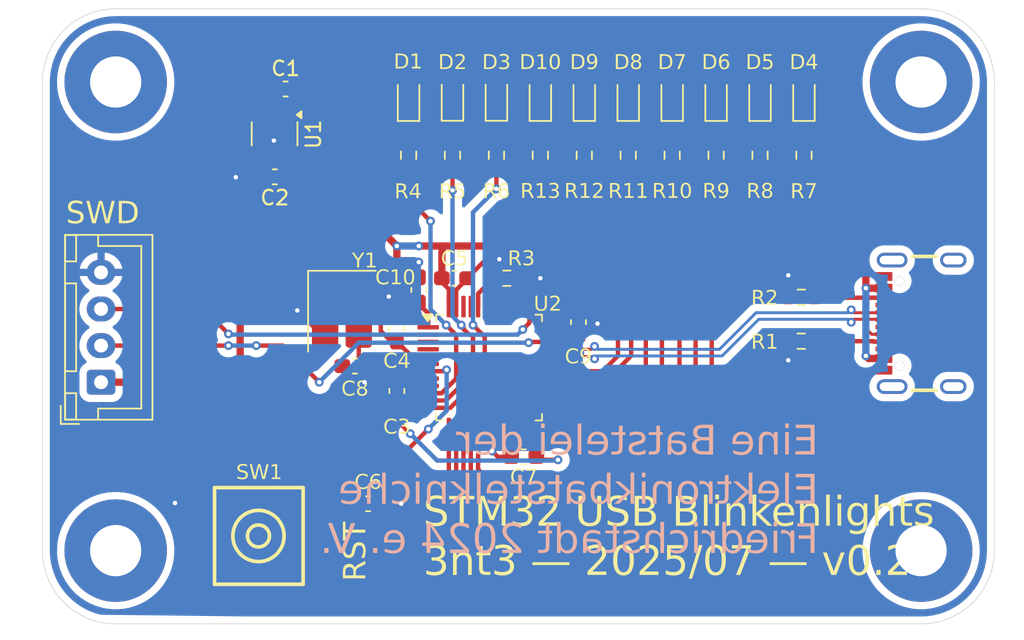
<source format=kicad_pcb>
(kicad_pcb (version 20241229) (generator "pcbnew") (generator_version "9.0")
  (layers (0 "F.Cu" signal) (2 "B.Cu" signal) (13 "F.Paste" user) (15 "B.Paste" user) (5 "F.SilkS" user "F.Silkscreen") (7 "B.SilkS" user "B.Silkscreen") (1 "F.Mask" user) (3 "B.Mask" user) (25 "Edge.Cuts" user))
  (net 0 "")
  (net 1 "GND")
  (net 2 "+3.3V")
  (net 3 "Net-(U2-NRST)")
  (net 4 "Net-(D2-K)")
  (net 5 "VBUS")
  (net 6 "Net-(D3-K)")
  (net 7 "Net-(D4-K)")
  (net 8 "Net-(D5-K)")
  (net 9 "Net-(D6-K)")
  (net 10 "Net-(D7-K)")
  (net 11 "Net-(D8-K)")
  (net 12 "Net-(D9-K)")
  (net 13 "Net-(D10-K)")
  (net 14 "Net-(U2-PD1)")
  (net 15 "Net-(U2-PD0)")
  (net 16 "Net-(J2-Pin_3)")
  (net 17 "Net-(J2-Pin_2)")
  (net 18 "LED_1")
  (net 19 "LED_2")
  (net 20 "LED_3")
  (net 21 "LED_4")
  (net 22 "LED_5")
  (net 23 "LED_6")
  (net 24 "LED_7")
  (net 25 "LED_8")
  (net 26 "LED_9")
  (net 27 "LED_10")
  (net 28 "Net-(J1-CC1)")
  (net 31 "USB_D+")
  (net 32 "Net-(J1-CC2)")
  (net 33 "Net-(U2-BOOT0)")
  (net 43 "Net-(D1-K)")
  (net 48 "USB_D-")
  (footprint "Capacitor_SMD:C_0603_1608Metric_Pad1.08x0.95mm_HandSolder" (layer "F.Cu") (at 112.7 95.2 90)
    (property "Reference" "C10")
    (property "Value" "100n")
  )
  (footprint "MountingHole:MountingHole_3.5mm_Pad" (layer "F.Cu") (at 92 113)
    (property "Reference" "H3" (hide yes))
    (property "Value" "MountingHole")
  )
  (footprint "Capacitor_SMD:C_0603_1608Metric_Pad1.08x0.95mm_HandSolder" (layer "F.Cu") (at 102.8625 87.475 180)
    (property "Reference" "C2")
    (property "Value" "100n")
  )
  (footprint "Resistor_SMD:R_0603_1608Metric_Pad0.98x0.95mm_HandSolder" (layer "F.Cu") (at 118 86 -90)
    (property "Reference" "R6")
    (property "Value" "680R")
  )
  (footprint "Resistor_SMD:R_0603_1608Metric_Pad0.98x0.95mm_HandSolder" (layer "F.Cu") (at 121 86 -90)
    (property "Reference" "R13")
    (property "Value" "680R")
  )
  (footprint "LED_SMD:LED_0603_1608Metric_Pad1.05x0.95mm_HandSolder" (layer "F.Cu") (at 118 81.9875 90)
    (property "Reference" "D3")
    (property "Value" "LED")
  )
  (footprint "MountingHole:MountingHole_3.5mm_Pad" (layer "F.Cu") (at 147 113)
    (property "Reference" "H2" (hide yes))
    (property "Value" "MountingHole")
  )
  (footprint "Package_TO_SOT_SMD:SOT-23-5" (layer "F.Cu") (at 102.85 84.5375 -90)
    (property "Reference" "U1")
    (property "Value" "LP5907MFX-3.3")
  )
  (footprint "Capacitor_SMD:C_0603_1608Metric_Pad1.08x0.95mm_HandSolder" (layer "F.Cu") (at 111.2 102.1 90)
    (property "Reference" "C3")
    (property "Value" "100n")
  )
  (footprint "LED_SMD:LED_0603_1608Metric_Pad1.05x0.95mm_HandSolder" (layer "F.Cu") (at 121 82 90)
    (property "Reference" "D10")
    (property "Value" "LED")
  )
  (footprint "Resistor_SMD:R_0603_1608Metric_Pad0.98x0.95mm_HandSolder" (layer "F.Cu") (at 133 86 -90)
    (property "Reference" "R9")
    (property "Value" "680R")
  )
  (footprint "Capacitor_SMD:C_0603_1608Metric_Pad1.08x0.95mm_HandSolder" (layer "F.Cu") (at 108.3375 100.4 180)
    (property "Reference" "C8")
    (property "Value" "10p")
  )
  (footprint "Resistor_SMD:R_0603_1608Metric_Pad0.98x0.95mm_HandSolder" (layer "F.Cu") (at 136 86 -90)
    (property "Reference" "R8")
    (property "Value" "680R")
  )
  (footprint "LED_SMD:LED_0603_1608Metric_Pad1.05x0.95mm_HandSolder" (layer "F.Cu") (at 139 82 90)
    (property "Reference" "D4")
    (property "Value" "LED")
  )
  (footprint "Resistor_SMD:R_0603_1608Metric_Pad0.98x0.95mm_HandSolder" (layer "F.Cu") (at 138.8175 95.7 180)
    (property "Reference" "R2")
    (property "Value" "5k1")
  )
  (footprint "Resistor_SMD:R_0603_1608Metric_Pad0.98x0.95mm_HandSolder" (layer "F.Cu") (at 112 86 -90)
    (property "Reference" "R4")
    (property "Value" "680R")
  )
  (footprint "Package_QFP:LQFP-48_7x7mm_P0.5mm" (layer "F.Cu") (at 117.5 100.5)
    (property "Reference" "U2")
    (property "Value" "STM32F103C8Tx")
  )
  (footprint "Capacitor_SMD:C_0603_1608Metric_Pad1.08x0.95mm_HandSolder" (layer "F.Cu") (at 109.2375 109.8)
    (property "Reference" "C6")
    (property "Value" "100n")
  )
  (footprint "Resistor_SMD:R_0603_1608Metric_Pad0.98x0.95mm_HandSolder" (layer "F.Cu") (at 139 86 -90)
    (property "Reference" "R7")
    (property "Value" "680R")
  )
  (footprint "easyeda2kicad:KEY-SMD_4P-L6.2-W6.5-P4.50-LS8.0_SKHMXX" (layer "F.Cu") (at 101.8 112)
    (property "Reference" "SW1")
    (property "Value" "SW_Push")
  )
  (footprint "Capacitor_SMD:C_0603_1608Metric_Pad1.08x0.95mm_HandSolder" (layer "F.Cu") (at 115.1375 94.4)
    (property "Reference" "C5")
    (property "Value" "100n")
  )
  (footprint "LED_SMD:LED_0603_1608Metric_Pad1.05x0.95mm_HandSolder" (layer "F.Cu") (at 115 81.9875 90)
    (property "Reference" "D2")
    (property "Value" "LED")
  )
  (footprint "Capacitor_SMD:C_0603_1608Metric_Pad1.08x0.95mm_HandSolder" (layer "F.Cu") (at 111.2 97.8625 90)
    (property "Reference" "C4")
    (property "Value" "10p")
  )
  (footprint "Capacitor_SMD:C_0603_1608Metric_Pad1.08x0.95mm_HandSolder" (layer "F.Cu") (at 119.8625 106.6 180)
    (property "Reference" "C7")
    (property "Value" "100n")
  )
  (footprint "easyeda2kicad:USB-C-SMD_MC-311D" (layer "F.Cu") (at 146.83 97.48 90)
    (property "Reference" "J1")
    (property "Value" "USB_C_Receptacle")
  )
  (footprint "Resistor_SMD:R_0603_1608Metric_Pad0.98x0.95mm_HandSolder" (layer "F.Cu") (at 115 86 -90)
    (property "Reference" "R5")
    (property "Value" "680R")
  )
  (footprint "LED_SMD:LED_0603_1608Metric_Pad1.05x0.95mm_HandSolder" (layer "F.Cu") (at 130 82 90)
    (property "Reference" "D7")
    (property "Value" "LED")
  )
  (footprint "Connector_JST:JST_XH_B4B-XH-A_1x04_P2.50mm_Vertical" (layer "F.Cu") (at 91 101.5 90)
    (property "Reference" "J2" (hide yes))
    (property "Value" "Conn_01x04_Socket")
  )
  (footprint "MountingHole:MountingHole_3.5mm_Pad" (layer "F.Cu") (at 92 81)
    (property "Reference" "H1" (hide yes))
    (property "Value" "MountingHole")
  )
  (footprint "Crystal:Crystal_SMD_3225-4Pin_3.2x2.5mm_HandSoldering" (layer "F.Cu") (at 107.45 96.65 -90)
    (property "Reference" "Y1")
    (property "Value" "Crystal_GND24")
  )
  (footprint "Resistor_SMD:R_0603_1608Metric_Pad0.98x0.95mm_HandSolder" (layer "F.Cu") (at 124 86 -90)
    (property "Reference" "R12")
    (property "Value" "680R")
  )
  (footprint "Resistor_SMD:R_0603_1608Metric_Pad0.98x0.95mm_HandSolder" (layer "F.Cu") (at 130 86 -90)
    (property "Reference" "R10")
    (property "Value" "680R")
  )
  (footprint "Resistor_SMD:R_0603_1608Metric_Pad0.98x0.95mm_HandSolder" (layer "F.Cu") (at 138.8175 98.7 180)
    (property "Reference" "R1")
    (property "Value" "5k1")
  )
  (footprint "Capacitor_SMD:C_0603_1608Metric_Pad1.08x0.95mm_HandSolder" (layer "F.Cu") (at 123.6 97.4 -90)
    (property "Reference" "C9")
    (property "Value" "100n")
  )
  (footprint "LED_SMD:LED_0603_1608Metric_Pad1.05x0.95mm_HandSolder" (layer "F.Cu") (at 127 82 90)
    (property "Reference" "D8")
    (property "Value" "LED")
  )
  (footprint "LED_SMD:LED_0603_1608Metric_Pad1.05x0.95mm_HandSolder" (layer "F.Cu") (at 112 82 90)
    (property "Reference" "D1")
    (property "Value" "LED")
  )
  (footprint "Capacitor_SMD:C_0603_1608Metric_Pad1.08x0.95mm_HandSolder" (layer "F.Cu") (at 103.6 81.475 180)
    (property "Reference" "C1")
    (property "Value" "100n")
  )
  (footprint "MountingHole:MountingHole_3.5mm_Pad" (layer "F.Cu") (at 147 81)
    (property "Reference" "H4" (hide yes))
    (property "Value" "MountingHole")
  )
  (footprint "Resistor_SMD:R_0603_1608Metric_Pad0.98x0.95mm_HandSolder" (layer "F.Cu") (at 127 86 -90)
    (property "Reference" "R11")
    (property "Value" "680R")
  )
  (footprint "LED_SMD:LED_0603_1608Metric_Pad1.05x0.95mm_HandSolder" (layer "F.Cu") (at 133 82 90)
    (property "Reference" "D6")
    (property "Value" "LED")
  )
  (footprint "LED_SMD:LED_0603_1608Metric_Pad1.05x0.95mm_HandSolder" (layer "F.Cu") (at 136 82 90)
    (property "Reference" "D5")
    (property "Value" "LED")
  )
  (footprint "Resistor_SMD:R_0603_1608Metric_Pad0.98x0.95mm_HandSolder" (layer "F.Cu") (at 118.7125 94.4 180)
    (property "Reference" "R3")
    (property "Value" "10K")
  )
  (footprint "LED_SMD:LED_0603_1608Metric_Pad1.05x0.95mm_HandSolder" (layer "F.Cu") (at 124 82 90)
    (property "Reference" "D9")
    (property "Value" "LED")
  )
  (gr_line (start 87 113) (end 87 81) (stroke (width 0.05)) (layer "Edge.Cuts"))
  (gr_line (start 147 118) (end 92 118) (stroke (width 0.05)) (layer "Edge.Cuts"))
  (gr_arc (start 147 76) (mid 150.535534 77.464466) (end 152 81) (stroke (width 0.05)) (layer "Edge.Cuts"))
  (gr_arc (start 87 81) (mid 88.464466 77.464466) (end 92 76) (stroke (width 0.05)) (layer "Edge.Cuts"))
  (gr_arc (start 152 113) (mid 150.535534 116.535534) (end 147 118) (stroke (width 0.05)) (layer "Edge.Cuts"))
  (gr_arc (start 92 118) (mid 88.464466 116.535534) (end 87 113) (stroke (width 0.05)) (layer "Edge.Cuts"))
  (gr_line (start 92 76) (end 147 76) (stroke (width 0.05)) (layer "Edge.Cuts"))
  (gr_line (start 152 81) (end 152 113) (stroke (width 0.05)) (layer "Edge.Cuts"))
  (gr_text "STM32 USB Blinkenlights\n3nt3 — 2025/07 — v0.2" (at 113 115 0) (layer "F.SilkS") (effects (font (size 2 2) (thickness 0.1875)) (justify left bottom)))
  (gr_text "RST" (at 109.3 115.1 90) (layer "F.SilkS") (effects (font (size 1.5 1.5) (thickness 0.1875)) (justify left bottom)))
  (gr_text "SWD" (at 88.6 90.9 0) (layer "F.SilkS") (effects (font (size 1.5 1.5) (thickness 0.1875)) (justify left bottom)))
  (gr_text "Eine Batstelei der\nElektronikbatstelkniche \nFriedrichstadt 2024 e. V." (at 140 113.5 0) (layer "B.SilkS") (effects (font (size 2 2) (thickness 0.1875)) (justify left bottom mirror)))
  (segment (start 111.2 96.2) (end 111.2 97) (width 0.3) (layer "F.Cu") (net 1))
  (segment (start 137.905 94.225) (end 137.93 94.2) (width 0.3) (layer "F.Cu") (net 1))
  (segment (start 111.1 101.2375) (end 110.8375 101.5) (width 0.3) (layer "F.Cu") (net 1))
  (segment (start 111.3 101.2375) (end 111.2 101.2375) (width 0.3) (layer "F.Cu") (net 1))
  (segment (start 116 94.4) (end 117.3 93.1) (width 0.3) (layer "F.Cu") (net 1))
  (segment (start 113.3375 101.25) (end 111.3125 101.25) (width 0.3) (layer "F.Cu") (net 1))
  (segment (start 137.905 99.975) (end 137.93 100) (width 0.3) (layer "F.Cu") (net 1))
  (segment (start 137.905 98.7) (end 137.905 99.975) (width 0.3) (layer "F.Cu") (net 1))
  (segment (start 116 94.45) (end 116 94.4) (width 0.3) (layer "F.Cu") (net 1))
  (segment (start 97.6 109.75) (end 96.05 109.75) (width 0.3) (layer "F.Cu") (net 1))
  (segment (start 119.75 104.6625) (end 119.75 105.85) (width 0.3) (layer "F.Cu") (net 1))
  (segment (start 108.6 95.2) (end 110.2 95.2) (width 0.3) (layer "F.Cu") (net 1))
  (segment (start 124.1375 98.2625) (end 124.9 97.5) (width 0.3) (layer "F.Cu") (net 1))
  (segment (start 106.3 98.1) (end 105.9 98.1) (width 0.3) (layer "F.Cu") (net 1))
  (segment (start 110.1 109.8) (end 111.5 109.8) (width 0.3) (layer "F.Cu") (net 1))
  (segment (start 117.3 93.1) (end 118.2 93.1) (width 0.3) (layer "F.Cu") (net 1))
  (segment (start 121.6625 98.25) (end 123.5875 98.25) (width 0.3) (layer "F.Cu") (net 1))
  (segment (start 100.225 87.475) (end 100.2 87.5) (width 0.5) (layer "F.Cu") (net 1))
  (segment (start 115.25 95.2) (end 116 94.45) (width 0.3) (layer "F.Cu") (net 1))
  (segment (start 123.6 98.2625) (end 124.1375 98.2625) (width 0.3) (layer "F.Cu") (net 1))
  (segment (start 111.3125 101.25) (end 111.3 101.2375) (width 0.3) (layer "F.Cu") (net 1))
  (segment (start 108.2 101.4) (end 108.9 101.4) (width 0.3) (layer "F.Cu") (net 1))
  (segment (start 137.905 95.7) (end 137.905 94.225) (width 0.3) (layer "F.Cu") (net 1))
  (segment (start 110.8375 101.5) (end 109 101.5) (width 0.3) (layer "F.Cu") (net 1))
  (segment (start 119 106.6) (end 118.1 106.6) (width 0.3) (layer "F.Cu") (net 1))
  (segment (start 119.75 105.85) (end 119 106.6) (width 0.3) (layer "F.Cu") (net 1))
  (segment (start 108.9 101.4) (end 109 101.5) (width 0.3) (layer "F.Cu") (net 1))
  (segment (start 105.9 98.1) (end 104.4 96.6) (width 0.3) (layer "F.Cu") (net 1))
  (segment (start 115.25 96.3375) (end 115.25 95.2) (width 0.3) (layer "F.Cu") (net 1))
  (segment (start 118.1 106.6) (end 117.7 106.2) (width 0.3) (layer "F.Cu") (net 1))
  (segment (start 110.2 95.2) (end 110.65 95.65) (width 0.3) (layer "F.Cu") (net 1))
  (segment (start 107.475 100.4) (end 107.475 100.675) (width 0.3) (layer "F.Cu") (net 1))
  (segment (start 112.7 94.3375) (end 112.7 93.3) (width 0.3) (layer "F.Cu") (net 1))
  (segment (start 123.5875 98.25) (end 123.6 98.2625) (width 0.3) (layer "F.Cu") (net 1))
  (segment (start 102 87.475) (end 100.225 87.475) (width 0.5) (layer "F.Cu") (net 1))
  (segment (start 119.625 94.4) (end 121 94.4) (width 0.3) (layer "F.Cu") (net 1))
  (segment (start 111.2 101.2375) (end 111.1 101.2375) (width 0.3) (layer "F.Cu") (net 1))
  (segment (start 107.475 100.675) (end 108.2 101.4) (width 0.3) (layer "F.Cu") (net 1))
  (segment (start 110.65 95.65) (end 111.2 96.2) (width 0.3) (layer "F.Cu") (net 1))
  (segment (start 102.85 81.5875) (end 102.7375 81.475) (width 0.5) (layer "F.Cu") (net 1))
  (via (at 121 94.4) (size 0.6) (drill 0.3) (layers "F.Cu" "B.Cu") (net 1))
  (via (at 117.7 106.2) (size 0.6) (drill 0.3) (layers "F.Cu" "B.Cu") (net 1))
  (via (at 104.4 96.6) (size 0.6) (drill 0.3) (layers "F.Cu" "B.Cu") (net 1))
  (via (at 137.93 100) (size 0.6) (drill 0.3) (layers "F.Cu" "B.Cu") (net 1))
  (via (at 112.7 93.3) (size 0.6) (drill 0.3) (layers "F.Cu" "B.Cu") (net 1))
  (via (at 137.93 94.2) (size 0.6) (drill 0.3) (layers "F.Cu" "B.Cu") (net 1))
  (via (at 111.5 109.8) (size 0.6) (drill 0.3) (layers "F.Cu" "B.Cu") (net 1))
  (via (at 96.05 109.75) (size 0.6) (drill 0.3) (layers "F.Cu" "B.Cu") (net 1))
  (via (at 110.65 95.65) (size 0.6) (drill 0.3) (layers "F.Cu" "B.Cu") (net 1))
  (via (at 109 101.5) (size 0.6) (drill 0.3) (layers "F.Cu" "B.Cu") (net 1))
  (via (at 102.8 85) (size 0.6) (drill 0.3) (layers "F.Cu" "B.Cu") (net 1))
  (via (at 100.2 87.5) (size 0.6) (drill 0.3) (layers "F.Cu" "B.Cu") (net 1))
  (via (at 124.9 97.5) (size 0.6) (drill 0.3) (layers "F.Cu" "B.Cu") (net 1))
  (via (at 118.2 93.1) (size 0.6) (drill 0.3) (layers "F.Cu" "B.Cu") (net 1))
  (segment (start 122.2 106.8) (end 120.925 106.8) (width 0.3) (layer "F.Cu") (net 2))
  (segment (start 111.2 92.2) (end 111.2 94.6625) (width 0.5) (layer "F.Cu") (net 2))
  (segment (start 120.725 105.925) (end 120.725 106.6) (width 0.3) (layer "F.Cu") (net 2))
  (segment (start 112.7 96.1625) (end 112.7 96.0625) (width 0.3) (layer "F.Cu") (net 2))
  (segment (start 114.275 94.675) (end 114.275 94.4) (width 0.3) (layer "F.Cu") (net 2))
  (segment (start 120.25 104.6625) (end 120.25 105.45) (width 0.3) (layer "F.Cu") (net 2))
  (segment (start 114.275 92.625) (end 114.275 94.4) (width 0.5) (layer "F.Cu") (net 2))
  (segment (start 111.2 104.1) (end 112.11538 105.01538) (width 0.3) (layer "F.Cu") (net 2))
  (segment (start 114.75 95.15) (end 114.275 94.675) (width 0.3) (layer "F.Cu") (net 2))
  (segment (start 121.6625 97.75) (end 122.35 97.75) (width 0.3) (layer "F.Cu") (net 2))
  (segment (start 110 91) (end 111.2 92.2) (width 0.5) (layer "F.Cu") (net 2))
  (segment (start 113.3375 101.75) (end 112.3125 101.75) (width 0.3) (layer "F.Cu") (net 2))
  (segment (start 103.7 91) (end 110 91) (width 0.5) (layer "F.Cu") (net 2))
  (segment (start 113.3375 96.8) (end 112.7 96.1625) (width 0.3) (layer "F.Cu") (net 2))
  (segment (start 114.3 92.2) (end 121.8 92.2) (width 0.5) (layer "F.Cu") (net 2))
  (segment (start 114.75 96.3375) (end 114.75 95.15) (width 0.3) (layer "F.Cu") (net 2))
  (segment (start 114.3 92.2) (end 114.3 92.6) (width 0.5) (layer "F.Cu") (net 2))
  (segment (start 111.1 102.8625) (end 111.2 102.9625) (width 0.5) (layer "F.Cu") (net 2))
  (segment (start 111.2 102.9625) (end 111.2 104.1) (width 0.3) (layer "F.Cu") (net 2))
  (segment (start 123.5625 96.5375) (end 123.6 96.5375) (width 0.3) (layer "F.Cu") (net 2))
  (segment (start 112.3125 101.75) (end 111.2 102.8625) (width 0.3) (layer "F.Cu") (net 2))
  (segment (start 120.25 105.45) (end 120.725 105.925) (width 0.3) (layer "F.Cu") (net 2))
  (segment (start 103.8 87.4) (end 103.725 87.475) (width 0.5) (layer "F.Cu") (net 2))
  (segment (start 100.75 101.5) (end 91 101.5) (width 0.5) (layer "F.Cu") (net 2))
  (segment (start 120.925 106.8) (end 120.725 106.6) (width 0.3) (layer "F.Cu") (net 2))
  (segment (start 123.6 94) (end 123.6 96.5375) (width 0.5) (layer "F.Cu") (net 2))
  (segment (start 103.725 90.975) (end 103.7 91) (width 0.5) (layer "F.Cu") (net 2))
  (segment (start 112.6 96.0625) (end 112.7 96.0625) (width 0.5) (layer "F.Cu") (net 2))
  (segment (start 103.725 87.475) (end 103.725 90.975) (width 0.5) (layer "F.Cu") (net 2))
  (segment (start 103.7 91) (end 100.5 94.2) (width 0.5) (layer "F.Cu") (net 2))
  (segment (start 122.35 97.75) (end 123.5625 96.5375) (width 0.3) (layer "F.Cu") (net 2))
  (segment (start 111.2 94.6625) (end 112.6 96.0625) (width 0.5) (layer "F.Cu") (net 2))
  (segment (start 103.8 85.675) (end 103.8 87.4) (width 0.5) (layer "F.Cu") (net 2))
  (segment (start 100.825 101.475) (end 102.2125 102.8625) (width 0.5) (layer "F.Cu") (net 2))
  (segment (start 100.5 94.2) (end 100.5 101.15) (width 0.5) (layer "F.Cu") (net 2))
  (segment (start 100.5 101.15) (end 100.825 101.475) (width 0.5) (layer "F.Cu") (net 2))
  (segment (start 100.8 101.45) (end 100.75 101.5) (width 0.5) (layer "F.Cu") (net 2))
  (segment (start 121.8 92.2) (end 123.6 94) (width 0.5) (layer "F.Cu") (net 2))
  (segment (start 114.3 92.6) (end 114.275 92.625) (width 0.5) (layer "F.Cu") (net 2))
  (segment (start 100.8 101.45) (end 100.825 101.475) (width 0.5) (layer "F.Cu") (net 2))
  (segment (start 111.2 102.8625) (end 111.2 102.9625) (width 0.3) (layer "F.Cu") (net 2))
  (segment (start 113.3375 97.75) (end 113.3375 96.8) (width 0.3) (layer "F.Cu") (net 2))
  (segment (start 112.7 92.2) (end 114.3 92.2) (width 0.5) (layer "F.Cu") (net 2))
  (segment (start 102.2125 102.8625) (end 111.1 102.8625) (width 0.5) (layer "F.Cu") (net 2))
  (via (at 122.2 106.8) (size 0.6) (drill 0.3) (layers "F.Cu" "B.Cu") (net 2))
  (via (at 112.11538 105.01538) (size 0.6) (drill 0.3) (layers "F.Cu" "B.Cu") (net 2))
  (via (at 112.7 92.2) (size 0.6) (drill 0.3) (layers "F.Cu" "B.Cu") (net 2))
  (via (at 111.2 92.2) (size 0.6) (drill 0.3) (layers "F.Cu" "B.Cu") (net 2))
  (segment (start 113.951 106.851) (end 122.149 106.851) (width 0.3) (layer "B.Cu") (net 2))
  (segment (start 122.149 106.851) (end 122.2 106.8) (width 0.3) (layer "B.Cu") (net 2))
  (segment (start 112.11538 105.01538) (end 113.951 106.851) (width 0.3) (layer "B.Cu") (net 2))
  (segment (start 111.2 92.2) (end 112.7 92.2) (width 0.5) (layer "B.Cu") (net 2))
  (segment (start 113.3375 100.75) (end 114.5 100.75) (width 0.3) (layer "F.Cu") (net 3))
  (segment (start 114.5 100.75) (end 114.6 100.65) (width 0.3) (layer "F.Cu") (net 3))
  (segment (start 106.05 109.8) (end 106 109.75) (width 0.3) (layer "F.Cu") (net 3))
  (segment (start 113.35 104.7) (end 108.375 109.675) (width 0.3) (layer "F.Cu") (net 3))
  (segment (start 108.375 109.675) (end 108.375 109.8) (width 0.3) (layer "F.Cu") (net 3))
  (segment (start 108.375 109.8) (end 106.05 109.8) (width 0.3) (layer "F.Cu") (net 3))
  (via (at 113.35 104.7) (size 0.6) (drill 0.3) (layers "F.Cu" "B.Cu") (net 3))
  (via (at 114.6 100.65) (size 0.6) (drill 0.3) (layers "F.Cu" "B.Cu") (net 3))
  (segment (start 114.6 100.65) (end 114.6 103.45) (width 0.3) (layer "B.Cu") (net 3))
  (segment (start 114.6 103.45) (end 113.35 104.7) (width 0.3) (layer "B.Cu") (net 3))
  (segment (start 115 82.8625) (end 115 85.0875) (width 0.3) (layer "F.Cu") (net 4))
  (segment (start 143.23 84.43) (end 139.925 81.125) (width 0.5) (layer "F.Cu") (net 5))
  (segment (start 101.9 83.4) (end 101.2 82.7) (width 0.5) (layer "F.Cu") (net 5))
  (segment (start 101.2 81) (end 102.1 80.1) (width 0.5) (layer "F.Cu") (net 5))
  (segment (start 102.1 80.1) (end 103.0875 80.1) (width 0.5) (layer "F.Cu") (net 5))
  (segment (start 103.0875 80.1) (end 104.4625 81.475) (width 0.5) (layer "F.Cu") (net 5))
  (segment (start 101.2 82.7) (end 101.2 81) (width 0.5) (layer "F.Cu") (net 5))
  (segment (start 111.625 81.125) (end 111.275 81.475) (width 0.5) (layer "F.Cu") (net 5))
  (segment (start 143.23 95.08) (end 143.23 84.43) (width 0.5) (layer "F.Cu") (net 5))
  (segment (start 143.23 95.08) (end 144.46 95.08) (width 0.5) (layer "F.Cu") (net 5))
  (segment (start 103.8 82.1375) (end 104.4625 81.475) (width 0.5) (layer "F.Cu") (net 5))
  (segment (start 111.275 81.475) (end 104.4625 81.475) (width 0.5) (layer "F.Cu") (net 5))
  (segment (start 139.925 81.125) (end 139 81.125) (width 0.5) (layer "F.Cu") (net 5))
  (segment (start 143.41 99.88) (end 143.23 99.7) (width 0.5) (layer "F.Cu") (net 5))
  (segment (start 112 81.125) (end 111.625 81.125) (width 0.5) (layer "F.Cu") (net 5))
  (segment (start 103.8 83.4) (end 103.8 82.1375) (width 0.5) (layer "F.Cu") (net 5))
  (segment (start 144.46 99.88) (end 143.41 99.88) (width 0.5) (layer "F.Cu") (net 5))
  (segment (start 139 81.125) (end 112 81.125) (width 0.5) (layer "F.Cu") (net 5))
  (via (at 143.23 99.7) (size 0.6) (drill 0.3) (layers "F.Cu" "B.Cu") (net 5))
  (via (at 143.23 95.08) (size 0.6) (drill 0.3) (layers "F.Cu" "B.Cu") (net 5))
  (segment (start 143.23 99.7) (end 143.23 95.08) (width 0.5) (layer "B.Cu") (net 5))
  (segment (start 118 82.8625) (end 118 85.0875) (width 0.3) (layer "F.Cu") (net 6))
  (segment (start 139 82.875) (end 139 85.0875) (width 0.3) (layer "F.Cu") (net 7))
  (segment (start 136 82.875) (end 136 85.0875) (width 0.3) (layer "F.Cu") (net 8))
  (segment (start 133 82.875) (end 133 85.0875) (width 0.3) (layer "F.Cu") (net 9))
  (segment (start 130 82.875) (end 130 85.0875) (width 0.3) (layer "F.Cu") (net 10))
  (segment (start 127 82.875) (end 127 85.0875) (width 0.3) (layer "F.Cu") (net 11))
  (segment (start 124 82.875) (end 124 85.0875) (width 0.3) (layer "F.Cu") (net 12))
  (segment (start 121 82.875) (end 121 85.0875) (width 0.3) (layer "F.Cu") (net 13))
  (segment (start 109.2 100.4) (end 109.35 100.25) (width 0.3) (layer "F.Cu") (net 14))
  (segment (start 109.35 100.25) (end 113.3375 100.25) (width 0.3) (layer "F.Cu") (net 14))
  (segment (start 108.6 98.1) (end 108.6 99.8) (width 0.3) (layer "F.Cu") (net 14))
  (segment (start 108.6 99.8) (end 109.2 100.4) (width 0.3) (layer "F.Cu") (net 14))
  (segment (start 112.225 99.75) (end 111.2 98.725) (width 0.3) (layer "F.Cu") (net 15))
  (segment (start 111.2 98.725) (end 111.2 98.46384) (width 0.3) (layer "F.Cu") (net 15))
  (segment (start 109.65 96.65) (end 110.1 97.1) (width 0.3) (layer "F.Cu") (net 15))
  (segment (start 110.1 98) (end 110.825 98.725) (width 0.3) (layer "F.Cu") (net 15))
  (segment (start 107.61384 96.65) (end 109.65 96.65) (width 0.3) (layer "F.Cu") (net 15))
  (segment (start 110.825 98.725) (end 111.2 98.725) (width 0.3) (layer "F.Cu") (net 15))
  (segment (start 113.3375 99.75) (end 112.225 99.75) (width 0.3) (layer "F.Cu") (net 15))
  (segment (start 106.3 95.2) (end 106.3 95.33616) (width 0.3) (layer "F.Cu") (net 15))
  (segment (start 106.3 95.33616) (end 107.61384 96.65) (width 0.3) (layer "F.Cu") (net 15))
  (segment (start 110.1 97.1) (end 110.1 98) (width 0.3) (layer "F.Cu") (net 15))
  (segment (start 120.25 96.3375) (end 120.25 97.45) (width 0.3) (layer "F.Cu") (net 16))
  (segment (start 120.25 97.45) (end 119.8 97.9) (width 0.3) (layer "F.Cu") (net 16))
  (segment (start 98 96.5) (end 91 96.5) (width 0.3) (layer "F.Cu") (net 16))
  (segment (start 99.7 98.2) (end 98 96.5) (width 0.3) (layer "F.Cu") (net 16))
  (via (at 99.7 98.2) (size 0.6) (drill 0.3) (layers "F.Cu" "B.Cu") (net 16))
  (via (at 119.8 97.9) (size 0.6) (drill 0.3) (layers "F.Cu" "B.Cu") (net 16))
  (segment (start 119.449 98.251) (end 99.751 98.251) (width 0.3) (layer "B.Cu") (net 16))
  (segment (start 119.8 97.9) (end 119.449 98.251) (width 0.3) (layer "B.Cu") (net 16))
  (segment (start 99.751 98.251) (end 99.7 98.2) (width 0.3) (layer "B.Cu") (net 16))
  (segment (start 120.25 98.75) (end 120.2 98.8) (width 0.3) (layer "F.Cu") (net 17))
  (segment (start 103.4 99) (end 105.9 101.5) (width 0.3) (layer "F.Cu") (net 17))
  (segment (start 101.6 99) (end 103.4 99) (width 0.3) (layer "F.Cu") (net 17))
  (segment (start 91 99) (end 99.7 99) (width 0.3) (layer "F.Cu") (net 17))
  (segment (start 121.6625 98.75) (end 120.25 98.75) (width 0.3) (layer "F.Cu") (net 17))
  (via (at 120.2 98.8) (size 0.6) (drill 0.3) (layers "F.Cu" "B.Cu") (net 17))
  (via (at 101.6 99) (size 0.6) (drill 0.3) (layers "F.Cu" "B.Cu") (net 17))
  (via (at 105.9 101.5) (size 0.6) (drill 0.3) (layers "F.Cu" "B.Cu") (net 17))
  (via (at 99.7 99) (size 0.6) (drill 0.3) (layers "F.Cu" "B.Cu") (net 17))
  (segment (start 105.9 101.5) (end 108.6 98.8) (width 0.3) (layer "B.Cu") (net 17))
  (segment (start 99.7 99) (end 101.6 99) (width 0.3) (layer "B.Cu") (net 17))
  (segment (start 108.6 98.8) (end 120.2 98.8) (width 0.3) (layer "B.Cu") (net 17))
  (segment (start 112 89) (end 112 86.9125) (width 0.3) (layer "F.Cu") (net 18))
  (segment (start 113.5 90.5) (end 112 89) (width 0.3) (layer "F.Cu") (net 18))
  (segment (start 114.25 102.25) (end 115.251 101.249) (width 0.3) (layer "F.Cu") (net 18))
  (segment (start 115.251 98.279028) (end 114.570155 97.598183) (width 0.3) (layer "F.Cu") (net 18))
  (segment (start 115.251 101.249) (end 115.251 98.279028) (width 0.3) (layer "F.Cu") (net 18))
  (segment (start 113.3375 102.25) (end 114.25 102.25) (width 0.3) (layer "F.Cu") (net 18))
  (via (at 113.5 90.5) (size 0.6) (drill 0.3) (layers "F.Cu" "B.Cu") (net 18))
  (via (at 114.570155 97.598183) (size 0.6) (drill 0.3) (layers "F.Cu" "B.Cu") (net 18))
  (segment (start 114.570155 97.598183) (end 113.5 96.528028) (width 0.3) (layer "B.Cu") (net 18))
  (segment (start 113.5 96.528028) (end 113.5 90.5) (width 0.3) (layer "B.Cu") (net 18))
  (segment (start 115.749003 97.869654) (end 116.130349 98.251) (width 0.3) (layer "F.Cu") (net 19))
  (segment (start 116.400003 98.400003) (end 116.400003 100.899997) (width 0.3) (layer "F.Cu") (net 19))
  (segment (start 114.55 102.75) (end 113.3375 102.75) (width 0.3) (layer "F.Cu") (net 19))
  (segment (start 115 86.9125) (end 115 88.4) (width 0.3) (layer "F.Cu") (net 19))
  (segment (start 115.749003 97.749003) (end 115.749003 97.869654) (width 0.3) (layer "F.Cu") (net 19))
  (segment (start 115.6 97.6) (end 115.749003 97.749003) (width 0.3) (layer "F.Cu") (net 19))
  (segment (start 116.130349 98.251) (end 116.251 98.251) (width 0.3) (layer "F.Cu") (net 19))
  (segment (start 116.251 98.251) (end 116.400003 98.400003) (width 0.3) (layer "F.Cu") (net 19))
  (segment (start 116.400003 100.899997) (end 114.55 102.75) (width 0.3) (layer "F.Cu") (net 19))
  (via (at 115.6 97.6) (size 0.6) (drill 0.3) (layers "F.Cu" "B.Cu") (net 19))
  (via (at 115 88.4) (size 0.6) (drill 0.3) (layers "F.Cu" "B.Cu") (net 19))
  (segment (start 115 88.4) (end 115 97) (width 0.3) (layer "B.Cu") (net 19))
  (segment (start 115 97) (end 115.6 97.6) (width 0.3) (layer "B.Cu") (net 19))
  (segment (start 117.200006 100.899994) (end 117.200006 98.400003) (width 0.3) (layer "F.Cu") (net 20))
  (segment (start 118 88.3) (end 118 86.9125) (width 0.3) (layer "F.Cu") (net 20))
  (segment (start 113.3375 103.25) (end 114.85 103.25) (width 0.3) (layer "F.Cu") (net 20))
  (segment (start 114.85 103.25) (end 117.200006 100.899994) (width 0.3) (layer "F.Cu") (net 20))
  (segment (start 117.200006 98.400003) (end 116.400003 97.6) (width 0.3) (layer "F.Cu") (net 20))
  (via (at 118 88.3) (size 0.6) (drill 0.3) (layers "F.Cu" "B.Cu") (net 20))
  (via (at 116.400003 97.6) (size 0.6) (drill 0.3) (layers "F.Cu" "B.Cu") (net 20))
  (segment (start 116.400003 89.899997) (end 118 88.3) (width 0.3) (layer "B.Cu") (net 20))
  (segment (start 116.400003 97.6) (end 116.400003 89.899997) (width 0.3) (layer "B.Cu") (net 20))
  (segment (start 137.7875 86.9125) (end 132.7 92) (width 0.3) (layer "F.Cu") (net 21))
  (segment (start 132.7 92) (end 132.7 107.317825) (width 0.3) (layer "F.Cu") (net 21))
  (segment (start 127.517825 112.5) (end 117 112.5) (width 0.3) (layer "F.Cu") (net 21))
  (segment (start 132.7 107.317825) (end 127.517825 112.5) (width 0.3) (layer "F.Cu") (net 21))
  (segment (start 139 86.9125) (end 137.7875 86.9125) (width 0.3) (layer "F.Cu") (net 21))
  (segment (start 117 112.5) (end 114.75 110.25) (width 0.3) (layer "F.Cu") (net 21))
  (segment (start 114.75 110.25) (end 114.75 104.6625) (width 0.3) (layer "F.Cu") (net 21))
  (segment (start 115.25 109.54148) (end 115.25 104.6625) (width 0.3) (layer "F.Cu") (net 22))
  (segment (start 131.6 91.4) (end 131.6 107.227134) (width 0.3) (layer "F.Cu") (net 22))
  (segment (start 136 86.9125) (end 136 87) (width 0.3) (layer "F.Cu") (net 22))
  (segment (start 136 87) (end 131.6 91.4) (width 0.3) (layer "F.Cu") (net 22))
  (segment (start 131.6 107.227134) (end 127.328134 111.499) (width 0.3) (layer "F.Cu") (net 22))
  (segment (start 127.328134 111.499) (end 117.20752 111.499) (width 0.3) (layer "F.Cu") (net 22))
  (segment (start 117.20752 111.499) (end 115.25 109.54148) (width 0.3) (layer "F.Cu") (net 22))
  (segment (start 133 86.9125) (end 133 88.5) (width 0.3) (layer "F.Cu") (net 23))
  (segment (start 127.156262 110.498) (end 117.41504 110.498) (width 0.3) (layer "F.Cu") (net 23))
  (segment (start 130.5 91) (end 130.5 107.154262) (width 0.3) (layer "F.Cu") (net 23))
  (segment (start 130.5 107.154262) (end 127.156262 110.498) (width 0.3) (layer "F.Cu") (net 23))
  (segment (start 133 88.5) (end 130.5 91) (width 0.3) (layer "F.Cu") (net 23))
  (segment (start 115.75 108.83296) (end 115.75 104.6625) (width 0.3) (layer "F.Cu") (net 23))
  (segment (start 117.41504 110.498) (end 115.75 108.83296) (width 0.3) (layer "F.Cu") (net 23))
  (segment (start 117.533944 109.497) (end 116.25 108.213056) (width 0.3) (layer "F.Cu") (net 24))
  (segment (start 130 86.9125) (end 129.3 87.6125) (width 0.3) (layer "F.Cu") (net 24))
  (segment (start 127.020042 109.497) (end 117.533944 109.497) (width 0.3) (layer "F.Cu") (net 24))
  (segment (start 116.25 108.213056) (end 116.25 104.6625) (width 0.3) (layer "F.Cu") (net 24))
  (segment (start 129.3 107.217042) (end 127.020042 109.497) (width 0.3) (layer "F.Cu") (net 24))
  (segment (start 129.3 87.6125) (end 129.3 107.217042) (width 0.3) (layer "F.Cu") (net 24))
  (segment (start 128.2 107.3) (end 128.2 91.800001) (width 0.3) (layer "F.Cu") (net 25))
  (segment (start 116.75 104.6625) (end 116.75 107.45) (width 0.3) (layer "F.Cu") (net 25))
  (segment (start 128.2 91.800001) (end 127 90.600001) (width 0.3) (layer "F.Cu") (net 25))
  (segment (start 127 90.600001) (end 127 86.9125) (width 0.3) (layer "F.Cu") (net 25))
  (segment (start 118 108.7) (end 126.8 108.7) (width 0.3) (layer "F.Cu") (net 25))
  (segment (start 126.8 108.7) (end 128.2 107.3) (width 0.3) (layer "F.Cu") (net 25))
  (segment (start 116.75 107.45) (end 118 108.7) (width 0.3) (layer "F.Cu") (net 25))
  (segment (start 121.6625 101.25) (end 122.504534 101.25) (width 0.3) (layer "F.Cu") (net 26))
  (segment (start 125.649 101.251) (end 122.505534 101.251) (width 0.3) (layer "F.Cu") (net 26))
  (segment (start 122.504534 101.25) (end 122.505534 101.251) (width 0.3) (layer "F.Cu") (net 26))
  (segment (start 124 86.9125) (end 124 91.9) (width 0.3) (layer "F.Cu") (net 26))
  (segment (start 127.2 95.1) (end 127.2 99.7) (width 0.3) (layer "F.Cu") (net 26))
  (segment (start 127.2 99.7) (end 125.649 101.251) (width 0.3) (layer "F.Cu") (net 26))
  (segment (start 124 91.9) (end 127.2 95.1) (width 0.3) (layer "F.Cu") (net 26))
  (segment (start 125.25 100.75) (end 126.3 99.7) (width 0.3) (layer "F.Cu") (net 27))
  (segment (start 126.3 95.6) (end 121 90.3) (width 0.3) (layer "F.Cu") (net 27))
  (segment (start 126.3 99.7) (end 126.3 95.6) (width 0.3) (layer "F.Cu") (net 27))
  (segment (start 121.6625 100.75) (end 125.25 100.75) (width 0.3) (layer "F.Cu") (net 27))
  (segment (start 121 90.3) (end 121 86.9125) (width 0.3) (layer "F.Cu") (net 27))
  (segment (start 144.46 98.73) (end 143.76 98.73) (width 0.3) (layer "F.Cu") (net 28))
  (segment (start 143.73 98.7) (end 139.73 98.7) (width 0.3) (layer "F.Cu") (net 28))
  (segment (start 143.76 98.73) (end 143.73 98.7) (width 0.3) (layer "F.Cu") (net 28))
  (segment (start 145.336 97.594) (end 145.2 97.73) (width 0.2) (layer "F.Cu") (net 31))
  (segment (start 144.46 96.73) (end 144.435001 96.754999) (width 0.2) (layer "F.Cu") (net 31))
  (segment (start 145.2 97.73) (end 144.46 97.73) (width 0.2) (layer "F.Cu") (net 31))
  (segment (start 145.287 96.73) (end 145.336 96.779) (width 0.2) (layer "F.Cu") (net 31))
  (segment (start 145.336 96.779) (end 145.336 97.594) (width 0.2) (layer "F.Cu") (net 31))
  (segment (start 144.46 96.73) (end 145.287 96.73) (width 0.2) (layer "F.Cu") (net 31))
  (segment (start 144.435001 96.754999) (end 142.429999 96.754999) (width 0.2) (layer "F.Cu") (net 31))
  (segment (start 142.429999 96.754999) (end 142.23 96.555) (width 0.2) (layer "F.Cu") (net 31))
  (segment (start 124.505 99.25) (end 121.6625 99.25) (width 0.2) (layer "F.Cu") (net 31))
  (segment (start 124.7 99.055) (end 124.505 99.25) (width 0.2) (layer "F.Cu") (net 31))
  (via (at 142.23 96.555) (size 0.6) (drill 0.3) (layers "F.Cu" "B.Cu") (net 31))
  (via (at 124.7 99.055) (size 0.6) (drill 0.3) (layers "F.Cu" "B.Cu") (net 31))
  (segment (start 124.899999 99.254999) (end 133.226803 99.254999) (width 0.2) (layer "B.Cu") (net 31))
  (segment (start 133.226803 99.254999) (end 135.726803 96.754999) (width 0.2) (layer "B.Cu") (net 31))
  (segment (start 124.7 99.055) (end 124.899999 99.254999) (width 0.2) (layer "B.Cu") (net 31))
  (segment (start 135.726803 96.754999) (end 142.030001 96.754999) (width 0.2) (layer "B.Cu") (net 31))
  (segment (start 142.030001 96.754999) (end 142.23 96.555) (width 0.2) (layer "B.Cu") (net 31))
  (segment (start 139.76 95.73) (end 139.73 95.7) (width 0.3) (layer "F.Cu") (net 32))
  (segment (start 144.46 95.73) (end 139.76 95.73) (width 0.3) (layer "F.Cu") (net 32))
  (segment (start 116.75 96.3375) (end 116.75 95.45) (width 0.3) (layer "F.Cu") (net 33))
  (segment (start 116.75 95.45) (end 117.8 94.4) (width 0.3) (layer "F.Cu") (net 33))
  (segment (start 112 82.875) (end 112 85.0875) (width 0.3) (layer "F.Cu") (net 43))
  (segment (start 144.46 98.23) (end 143.633 98.23) (width 0.2) (layer "F.Cu") (net 48))
  (segment (start 143.33 97.205001) (end 142.429999 97.205001) (width 0.2) (layer "F.Cu") (net 48))
  (segment (start 142.429999 97.205001) (end 142.23 97.405) (width 0.2) (layer "F.Cu") (net 48))
  (segment (start 124.545 99.75) (end 121.6625 99.75) (width 0.2) (layer "F.Cu") (net 48))
  (segment (start 144.435001 97.205001) (end 143.33 97.205001) (width 0.2) (layer "F.Cu") (net 48))
  (segment (start 143.33 97.927) (end 143.33 97.205001) (width 0.2) (layer "F.Cu") (net 48))
  (segment (start 144.46 97.23) (end 144.435001 97.205001) (width 0.2) (layer "F.Cu") (net 48))
  (segment (start 143.633 98.23) (end 143.33 97.927) (width 0.2) (layer "F.Cu") (net 48))
  (segment (start 124.7 99.905) (end 124.545 99.75) (width 0.2) (layer "F.Cu") (net 48))
  (segment (start 121.7075 99.705) (end 121.6625 99.75) (width 0.3) (layer "F.Cu") (net 48))
  (via (at 124.7 99.905) (size 0.6) (drill 0.3) (layers "F.Cu" "B.Cu") (net 48))
  (via (at 142.23 97.405) (size 0.6) (drill 0.3) (layers "F.Cu" "B.Cu") (net 48))
  (segment (start 133.413197 99.705001) (end 135.913197 97.205001) (width 0.2) (layer "B.Cu") (net 48))
  (segment (start 124.7 99.905) (end 124.899999 99.705001) (width 0.2) (layer "B.Cu") (net 48))
  (segment (start 142.030001 97.205001) (end 142.23 97.405) (width 0.2) (layer "B.Cu") (net 48))
  (segment (start 135.913197 97.205001) (end 142.030001 97.205001) (width 0.2) (layer "B.Cu") (net 48))
  (segment (start 124.899999 99.705001) (end 133.413197 99.705001) (width 0.2) (layer "B.Cu") (net 48))
  (zone (net 1) (net_name "GND") (layer "F.Cu") (priority 1) (connect_pads yes (clearance 0.2)) (min_thickness 0.25) (fill yes (thermal_gap 0.5) (thermal_bridge_width 0.5) (smoothing chamfer))
    (polygon (pts (xy 103.4 80.8) (xy 103.3 86.6) (xy 102.9 86.6) (xy 102.9 88.2) (xy 101.2 88.2) (xy 101.2 86.6) (xy 101.2 84.2) (xy 102.4 84.2) (xy 102.4 82.2) (xy 101.9 82.2) (xy 101.9 80.8)))
  )
  (zone (net 1) (net_name "GND") (layer "B.Cu") (connect_pads (clearance 0.5)) (min_thickness 0.25) (fill yes (thermal_gap 0.5) (thermal_bridge_width 0.5) (island_removal_mode 1) (island_area_min 10))
    (polygon (pts (xy 85.1 76.3) (xy 84.1 117.3) (xy 152.4 118.1) (xy 153 75.4)))
  )
)
</source>
